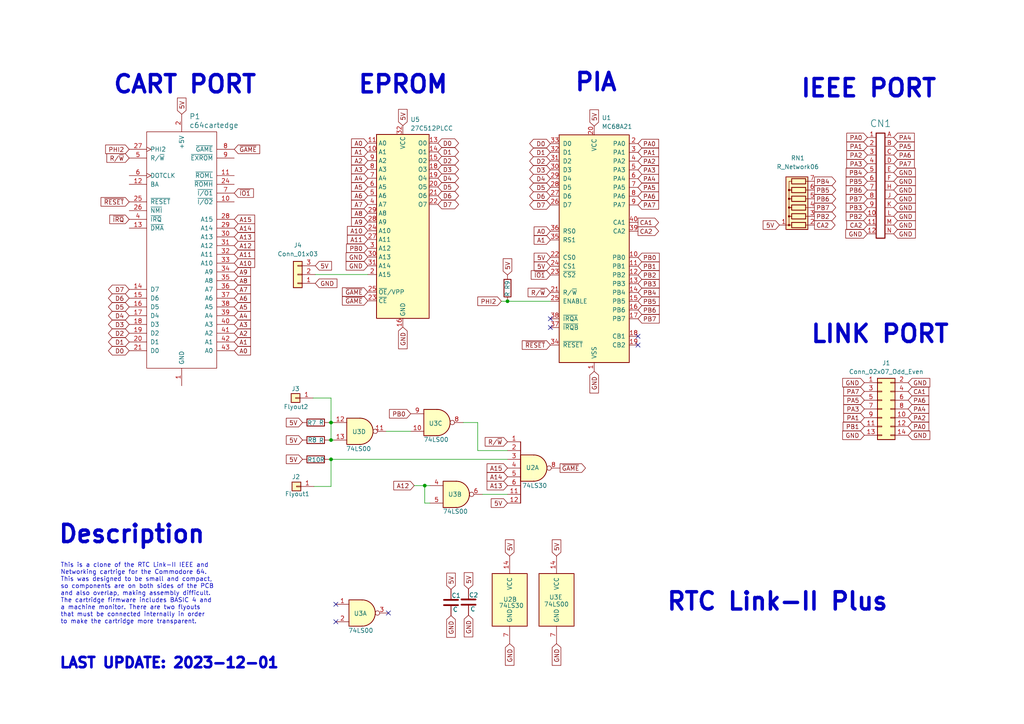
<source format=kicad_sch>
(kicad_sch (version 20230121) (generator eeschema)
  (paper "A4")
  (lib_symbols
    (symbol "74xx:74LS00" (pin_names (offset 1.016))
      (property "Reference" "U" (at 0 1.27 0))
      (property "Value" "74LS00" (at 0 -1.27 0))
      (symbol "74LS00_1_1"
        (arc (start 0 -3.81) (mid 3.7934 0) (end 0 3.81) (stroke (width 0.254)) (fill (type background)))
        (polyline (pts (xy 0 3.81) (xy -3.81 3.81) (xy -3.81 -3.81) (xy 0 -3.81)) (stroke (width 0.254)) (fill (type background)))
        (pin input line (at -7.62 2.54 0) (length 3.81) (name "~") (number "1"))
        (pin input line (at -7.62 -2.54 0) (length 3.81) (name "~") (number "2"))
        (pin output inverted (at 7.62 0 180) (length 3.81) (name "~") (number "3"))
      )
      (symbol "74LS00_1_2"
        (arc (start -3.81 -3.81) (mid -2.589 0) (end -3.81 3.81) (stroke (width 0.254)))
        (arc (start -0.6096 -3.81) (mid 2.1842 -2.5851) (end 3.81 0) (stroke (width 0.254)) (fill (type background)))
        (polyline (pts (xy -3.81 -3.81) (xy -0.635 -3.81)) (stroke (width 0.254)) (fill (type background)))
        (polyline (pts (xy -3.81 3.81) (xy -0.635 3.81)) (stroke (width 0.254)) (fill (type background)))
        (polyline (pts (xy -0.635 3.81) (xy -3.81 3.81) (xy -3.81 3.81) (xy -3.556 3.4036) (xy -3.0226 2.2606) (xy -2.6924 1.0414) (xy -2.6162 -0.254) (xy -2.7686 -1.4986) (xy -3.175 -2.7178) (xy -3.81 -3.81) (xy -3.81 -3.81) (xy -0.635 -3.81)) (stroke (width -25.4)) (fill (type background)))
        (arc (start 3.81 0) (mid 2.1915 2.5936) (end -0.6096 3.81) (stroke (width 0.254)) (fill (type background)))
        (pin input inverted (at -7.62 2.54 0) (length 4.318) (name "~") (number "1"))
        (pin input inverted (at -7.62 -2.54 0) (length 4.318) (name "~") (number "2"))
        (pin output line (at 7.62 0 180) (length 3.81) (name "~") (number "3"))
      )
      (symbol "74LS00_2_1"
        (arc (start 0 -3.81) (mid 3.7934 0) (end 0 3.81) (stroke (width 0.254)) (fill (type background)))
        (polyline (pts (xy 0 3.81) (xy -3.81 3.81) (xy -3.81 -3.81) (xy 0 -3.81)) (stroke (width 0.254)) (fill (type background)))
        (pin input line (at -7.62 2.54 0) (length 3.81) (name "~") (number "4"))
        (pin input line (at -7.62 -2.54 0) (length 3.81) (name "~") (number "5"))
        (pin output inverted (at 7.62 0 180) (length 3.81) (name "~") (number "6"))
      )
      (symbol "74LS00_2_2"
        (arc (start -3.81 -3.81) (mid -2.589 0) (end -3.81 3.81) (stroke (width 0.254)))
        (arc (start -0.6096 -3.81) (mid 2.1842 -2.5851) (end 3.81 0) (stroke (width 0.254)) (fill (type background)))
        (polyline (pts (xy -3.81 -3.81) (xy -0.635 -3.81)) (stroke (width 0.254)) (fill (type background)))
        (polyline (pts (xy -3.81 3.81) (xy -0.635 3.81)) (stroke (width 0.254)) (fill (type background)))
        (polyline (pts (xy -0.635 3.81) (xy -3.81 3.81) (xy -3.81 3.81) (xy -3.556 3.4036) (xy -3.0226 2.2606) (xy -2.6924 1.0414) (xy -2.6162 -0.254) (xy -2.7686 -1.4986) (xy -3.175 -2.7178) (xy -3.81 -3.81) (xy -3.81 -3.81) (xy -0.635 -3.81)) (stroke (width -25.4)) (fill (type background)))
        (arc (start 3.81 0) (mid 2.1915 2.5936) (end -0.6096 3.81) (stroke (width 0.254)) (fill (type background)))
        (pin input inverted (at -7.62 2.54 0) (length 4.318) (name "~") (number "4"))
        (pin input inverted (at -7.62 -2.54 0) (length 4.318) (name "~") (number "5"))
        (pin output line (at 7.62 0 180) (length 3.81) (name "~") (number "6"))
      )
      (symbol "74LS00_3_1"
        (arc (start 0 -3.81) (mid 3.7934 0) (end 0 3.81) (stroke (width 0.254)) (fill (type background)))
        (polyline (pts (xy 0 3.81) (xy -3.81 3.81) (xy -3.81 -3.81) (xy 0 -3.81)) (stroke (width 0.254)) (fill (type background)))
        (pin input line (at -7.62 -2.54 0) (length 3.81) (name "~") (number "10"))
        (pin output inverted (at 7.62 0 180) (length 3.81) (name "~") (number "8"))
        (pin input line (at -7.62 2.54 0) (length 3.81) (name "~") (number "9"))
      )
      (symbol "74LS00_3_2"
        (arc (start -3.81 -3.81) (mid -2.589 0) (end -3.81 3.81) (stroke (width 0.254)))
        (arc (start -0.6096 -3.81) (mid 2.1842 -2.5851) (end 3.81 0) (stroke (width 0.254)) (fill (type background)))
        (polyline (pts (xy -3.81 -3.81) (xy -0.635 -3.81)) (stroke (width 0.254)) (fill (type background)))
        (polyline (pts (xy -3.81 3.81) (xy -0.635 3.81)) (stroke (width 0.254)) (fill (type background)))
        (polyline (pts (xy -0.635 3.81) (xy -3.81 3.81) (xy -3.81 3.81) (xy -3.556 3.4036) (xy -3.0226 2.2606) (xy -2.6924 1.0414) (xy -2.6162 -0.254) (xy -2.7686 -1.4986) (xy -3.175 -2.7178) (xy -3.81 -3.81) (xy -3.81 -3.81) (xy -0.635 -3.81)) (stroke (width -25.4)) (fill (type background)))
        (arc (start 3.81 0) (mid 2.1915 2.5936) (end -0.6096 3.81) (stroke (width 0.254)) (fill (type background)))
        (pin input inverted (at -7.62 -2.54 0) (length 4.318) (name "~") (number "10"))
        (pin output line (at 7.62 0 180) (length 3.81) (name "~") (number "8"))
        (pin input inverted (at -7.62 2.54 0) (length 4.318) (name "~") (number "9"))
      )
      (symbol "74LS00_4_1"
        (arc (start 0 -3.81) (mid 3.7934 0) (end 0 3.81) (stroke (width 0.254)) (fill (type background)))
        (polyline (pts (xy 0 3.81) (xy -3.81 3.81) (xy -3.81 -3.81) (xy 0 -3.81)) (stroke (width 0.254)) (fill (type background)))
        (pin output inverted (at 7.62 0 180) (length 3.81) (name "~") (number "11"))
        (pin input line (at -7.62 2.54 0) (length 3.81) (name "~") (number "12"))
        (pin input line (at -7.62 -2.54 0) (length 3.81) (name "~") (number "13"))
      )
      (symbol "74LS00_4_2"
        (arc (start -3.81 -3.81) (mid -2.589 0) (end -3.81 3.81) (stroke (width 0.254)))
        (arc (start -0.6096 -3.81) (mid 2.1842 -2.5851) (end 3.81 0) (stroke (width 0.254)) (fill (type background)))
        (polyline (pts (xy -3.81 -3.81) (xy -0.635 -3.81)) (stroke (width 0.254)) (fill (type background)))
        (polyline (pts (xy -3.81 3.81) (xy -0.635 3.81)) (stroke (width 0.254)) (fill (type background)))
        (polyline (pts (xy -0.635 3.81) (xy -3.81 3.81) (xy -3.81 3.81) (xy -3.556 3.4036) (xy -3.0226 2.2606) (xy -2.6924 1.0414) (xy -2.6162 -0.254) (xy -2.7686 -1.4986) (xy -3.175 -2.7178) (xy -3.81 -3.81) (xy -3.81 -3.81) (xy -0.635 -3.81)) (stroke (width -25.4)) (fill (type background)))
        (arc (start 3.81 0) (mid 2.1915 2.5936) (end -0.6096 3.81) (stroke (width 0.254)) (fill (type background)))
        (pin output line (at 7.62 0 180) (length 3.81) (name "~") (number "11"))
        (pin input inverted (at -7.62 2.54 0) (length 4.318) (name "~") (number "12"))
        (pin input inverted (at -7.62 -2.54 0) (length 4.318) (name "~") (number "13"))
      )
      (symbol "74LS00_5_0"
        (pin power_in line (at 0 12.7 270) (length 5.08) (name "VCC") (number "14"))
        (pin power_in line (at 0 -12.7 90) (length 5.08) (name "GND") (number "7"))
      )
      (symbol "74LS00_5_1"
        (rectangle (start -5.08 7.62) (end 5.08 -7.62) (stroke (width 0.254)) (fill (type background)))
      )
    )
    (symbol "74xx:74LS30" (pin_names (offset 1.016))
      (property "Reference" "U" (at 0 1.27 0))
      (property "Value" "74LS30" (at 0 -1.27 0))
      (symbol "74LS30_1_1"
        (arc (start 0 -3.81) (mid 3.7934 0) (end 0 3.81) (stroke (width 0.254)) (fill (type background)))
        (polyline (pts (xy -3.81 7.62) (xy -3.81 -10.16)) (stroke (width 0.254)))
        (polyline (pts (xy 0 3.81) (xy -3.81 3.81) (xy -3.81 -3.81) (xy 0 -3.81)) (stroke (width 0.254)) (fill (type background)))
        (pin input line (at -7.62 7.62 0) (length 3.81) (name "~") (number "1"))
        (pin input line (at -7.62 -7.62 0) (length 3.81) (name "~") (number "11"))
        (pin input line (at -7.62 -10.16 0) (length 3.81) (name "~") (number "12"))
        (pin input line (at -7.62 5.08 0) (length 3.81) (name "~") (number "2"))
        (pin input line (at -7.62 2.54 0) (length 3.81) (name "~") (number "3"))
        (pin input line (at -7.62 0 0) (length 3.81) (name "~") (number "4"))
        (pin input line (at -7.62 -2.54 0) (length 3.81) (name "~") (number "5"))
        (pin input line (at -7.62 -5.08 0) (length 3.81) (name "~") (number "6"))
        (pin output inverted (at 7.62 0 180) (length 3.81) (name "~") (number "8"))
      )
      (symbol "74LS30_1_2"
        (arc (start -3.81 -3.81) (mid -2.589 0) (end -3.81 3.81) (stroke (width 0.254)))
        (arc (start -0.6096 -3.81) (mid 2.1842 -2.5851) (end 3.81 0) (stroke (width 0.254)) (fill (type background)))
        (polyline (pts (xy -3.81 -3.81) (xy -3.81 -10.16)) (stroke (width 0.254)))
        (polyline (pts (xy -3.81 -3.81) (xy -0.635 -3.81)) (stroke (width 0.254)) (fill (type background)))
        (polyline (pts (xy -3.81 3.81) (xy -0.635 3.81)) (stroke (width 0.254)) (fill (type background)))
        (polyline (pts (xy -3.81 7.62) (xy -3.81 3.81)) (stroke (width 0.254)))
        (polyline (pts (xy -0.635 3.81) (xy -3.81 3.81) (xy -3.81 3.81) (xy -3.556 3.4036) (xy -3.0226 2.2606) (xy -2.6924 1.0414) (xy -2.6162 -0.254) (xy -2.7686 -1.4986) (xy -3.175 -2.7178) (xy -3.81 -3.81) (xy -3.81 -3.81) (xy -0.635 -3.81)) (stroke (width -25.4)) (fill (type background)))
        (arc (start 3.81 0) (mid 2.1915 2.5936) (end -0.6096 3.81) (stroke (width 0.254)) (fill (type background)))
        (pin input inverted (at -7.62 7.62 0) (length 3.81) (name "~") (number "1"))
        (pin input inverted (at -7.62 -7.62 0) (length 3.81) (name "~") (number "11"))
        (pin input inverted (at -7.62 -10.16 0) (length 3.81) (name "~") (number "12"))
        (pin input inverted (at -7.62 5.08 0) (length 3.81) (name "~") (number "2"))
        (pin input inverted (at -7.62 2.54 0) (length 4.5466) (name "~") (number "3"))
        (pin input inverted (at -7.62 0 0) (length 5.08) (name "~") (number "4"))
        (pin input inverted (at -7.62 -2.54 0) (length 4.5466) (name "~") (number "5"))
        (pin input inverted (at -7.62 -5.08 0) (length 3.81) (name "~") (number "6"))
        (pin output line (at 7.62 0 180) (length 3.81) (name "~") (number "8"))
      )
      (symbol "74LS30_2_0"
        (pin power_in line (at 0 12.7 270) (length 5.08) (name "VCC") (number "14"))
        (pin power_in line (at 0 -12.7 90) (length 5.08) (name "GND") (number "7"))
      )
      (symbol "74LS30_2_1"
        (rectangle (start -5.08 7.62) (end 5.08 -7.62) (stroke (width 0.254)) (fill (type background)))
      )
    )
    (symbol "Connector_Generic:Conn_01x01" (pin_names (offset 1.016) hide)
      (property "Reference" "J" (at 0 2.54 0))
      (property "Value" "Conn_01x01" (at 0 -2.54 0))
      (symbol "Conn_01x01_1_1"
        (rectangle (start -1.27 0.127) (end 0 -0.127) (stroke (width 0.1524)))
        (rectangle (start -1.27 1.27) (end 1.27 -1.27) (stroke (width 0.254)) (fill (type background)))
        (pin passive line (at -5.08 0 0) (length 3.81) (name "Pin_1") (number "1"))
      )
    )
    (symbol "Connector_Generic:Conn_01x03" (pin_names (offset 1.016) hide)
      (property "Reference" "J" (at 0 5.08 0))
      (property "Value" "Conn_01x03" (at 0 -5.08 0))
      (symbol "Conn_01x03_1_1"
        (rectangle (start -1.27 -2.413) (end 0 -2.667) (stroke (width 0.1524)))
        (rectangle (start -1.27 0.127) (end 0 -0.127) (stroke (width 0.1524)))
        (rectangle (start -1.27 2.667) (end 0 2.413) (stroke (width 0.1524)))
        (rectangle (start -1.27 3.81) (end 1.27 -3.81) (stroke (width 0.254)) (fill (type background)))
        (pin passive line (at -5.08 2.54 0) (length 3.81) (name "Pin_1") (number "1"))
        (pin passive line (at -5.08 0 0) (length 3.81) (name "Pin_2") (number "2"))
        (pin passive line (at -5.08 -2.54 0) (length 3.81) (name "Pin_3") (number "3"))
      )
    )
    (symbol "Connector_Generic:Conn_02x07_Odd_Even" (pin_names (offset 1.016) hide)
      (property "Reference" "J" (at 1.27 10.16 0))
      (property "Value" "Conn_02x07_Odd_Even" (at 1.27 -10.16 0))
      (symbol "Conn_02x07_Odd_Even_1_1"
        (rectangle (start -1.27 -7.493) (end 0 -7.747) (stroke (width 0.1524)))
        (rectangle (start -1.27 -4.953) (end 0 -5.207) (stroke (width 0.1524)))
        (rectangle (start -1.27 -2.413) (end 0 -2.667) (stroke (width 0.1524)))
        (rectangle (start -1.27 0.127) (end 0 -0.127) (stroke (width 0.1524)))
        (rectangle (start -1.27 2.667) (end 0 2.413) (stroke (width 0.1524)))
        (rectangle (start -1.27 5.207) (end 0 4.953) (stroke (width 0.1524)))
        (rectangle (start -1.27 7.747) (end 0 7.493) (stroke (width 0.1524)))
        (rectangle (start -1.27 8.89) (end 3.81 -8.89) (stroke (width 0.254)) (fill (type background)))
        (rectangle (start 3.81 -7.493) (end 2.54 -7.747) (stroke (width 0.1524)))
        (rectangle (start 3.81 -4.953) (end 2.54 -5.207) (stroke (width 0.1524)))
        (rectangle (start 3.81 -2.413) (end 2.54 -2.667) (stroke (width 0.1524)))
        (rectangle (start 3.81 0.127) (end 2.54 -0.127) (stroke (width 0.1524)))
        (rectangle (start 3.81 2.667) (end 2.54 2.413) (stroke (width 0.1524)))
        (rectangle (start 3.81 5.207) (end 2.54 4.953) (stroke (width 0.1524)))
        (rectangle (start 3.81 7.747) (end 2.54 7.493) (stroke (width 0.1524)))
        (pin passive line (at -5.08 7.62 0) (length 3.81) (name "Pin_1") (number "1"))
        (pin passive line (at 7.62 -2.54 180) (length 3.81) (name "Pin_10") (number "10"))
        (pin passive line (at -5.08 -5.08 0) (length 3.81) (name "Pin_11") (number "11"))
        (pin passive line (at 7.62 -5.08 180) (length 3.81) (name "Pin_12") (number "12"))
        (pin passive line (at -5.08 -7.62 0) (length 3.81) (name "Pin_13") (number "13"))
        (pin passive line (at 7.62 -7.62 180) (length 3.81) (name "Pin_14") (number "14"))
        (pin passive line (at 7.62 7.62 180) (length 3.81) (name "Pin_2") (number "2"))
        (pin passive line (at -5.08 5.08 0) (length 3.81) (name "Pin_3") (number "3"))
        (pin passive line (at 7.62 5.08 180) (length 3.81) (name "Pin_4") (number "4"))
        (pin passive line (at -5.08 2.54 0) (length 3.81) (name "Pin_5") (number "5"))
        (pin passive line (at 7.62 2.54 180) (length 3.81) (name "Pin_6") (number "6"))
        (pin passive line (at -5.08 0 0) (length 3.81) (name "Pin_7") (number "7"))
        (pin passive line (at 7.62 0 180) (length 3.81) (name "Pin_8") (number "8"))
        (pin passive line (at -5.08 -2.54 0) (length 3.81) (name "Pin_9") (number "9"))
      )
    )
    (symbol "Device:C" (pin_numbers hide) (pin_names (offset 0.254))
      (property "Reference" "C" (at 0.635 2.54 0))
      (property "Value" "C" (at 0.635 -2.54 0))
      (symbol "C_0_1"
        (polyline (pts (xy -2.032 -0.762) (xy 2.032 -0.762)) (stroke (width 0.508)))
        (polyline (pts (xy -2.032 0.762) (xy 2.032 0.762)) (stroke (width 0.508)))
      )
      (symbol "C_1_1"
        (pin passive line (at 0 3.81 270) (length 2.794) (name "~") (number "1"))
        (pin passive line (at 0 -3.81 90) (length 2.794) (name "~") (number "2"))
      )
    )
    (symbol "Device:R" (pin_numbers hide) (pin_names (offset 0))
      (property "Reference" "R" (at 2.032 0 90))
      (property "Value" "R" (at 0 0 90))
      (symbol "R_0_1"
        (rectangle (start -1.016 -2.54) (end 1.016 2.54) (stroke (width 0.254)))
      )
      (symbol "R_1_1"
        (pin passive line (at 0 3.81 270) (length 1.27) (name "~") (number "1"))
        (pin passive line (at 0 -3.81 90) (length 1.27) (name "~") (number "2"))
      )
    )
    (symbol "Device:R_Network06" (pin_names (offset 0) hide)
      (property "Reference" "RN" (at -10.16 0 90))
      (property "Value" "R_Network06" (at 7.62 0 90))
      (symbol "R_Network06_0_1"
        (rectangle (start -8.89 -3.175) (end 6.35 3.175) (stroke (width 0.254)) (fill (type background)))
        (rectangle (start -8.382 1.524) (end -6.858 -2.54) (stroke (width 0.254)))
        (circle (center -7.62 2.286) (radius 0.254) (fill (type outline)))
        (rectangle (start -5.842 1.524) (end -4.318 -2.54) (stroke (width 0.254)))
        (circle (center -5.08 2.286) (radius 0.254) (fill (type outline)))
        (rectangle (start -3.302 1.524) (end -1.778 -2.54) (stroke (width 0.254)))
        (circle (center -2.54 2.286) (radius 0.254) (fill (type outline)))
        (rectangle (start -0.762 1.524) (end 0.762 -2.54) (stroke (width 0.254)))
        (polyline (pts (xy -7.62 -2.54) (xy -7.62 -3.81)))
        (polyline (pts (xy -5.08 -2.54) (xy -5.08 -3.81)))
        (polyline (pts (xy -2.54 -2.54) (xy -2.54 -3.81)))
        (polyline (pts (xy 0 -2.54) (xy 0 -3.81)))
        (polyline (pts (xy 2.54 -2.54) (xy 2.54 -3.81)))
        (polyline (pts (xy 5.08 -2.54) (xy 5.08 -3.81)))
        (polyline (pts (xy -7.62 1.524) (xy -7.62 2.286) (xy -5.08 2.286) (xy -5.08 1.524)))
        (polyline (pts (xy -5.08 1.524) (xy -5.08 2.286) (xy -2.54 2.286) (xy -2.54 1.524)))
        (polyline (pts (xy -2.54 1.524) (xy -2.54 2.286) (xy 0 2.286) (xy 0 1.524)))
        (polyline (pts (xy 0 1.524) (xy 0 2.286) (xy 2.54 2.286) (xy 2.54 1.524)))
        (polyline (pts (xy 2.54 1.524) (xy 2.54 2.286) (xy 5.08 2.286) (xy 5.08 1.524)))
        (circle (center 0 2.286) (radius 0.254) (fill (type outline)))
        (rectangle (start 1.778 1.524) (end 3.302 -2.54) (stroke (width 0.254)))
        (circle (center 2.54 2.286) (radius 0.254) (fill (type outline)))
        (rectangle (start 4.318 1.524) (end 5.842 -2.54) (stroke (width 0.254)))
      )
      (symbol "R_Network06_1_1"
        (pin passive line (at -7.62 5.08 270) (length 2.54) (name "common") (number "1"))
        (pin passive line (at -7.62 -5.08 90) (length 1.27) (name "R1") (number "2"))
        (pin passive line (at -5.08 -5.08 90) (length 1.27) (name "R2") (number "3"))
        (pin passive line (at -2.54 -5.08 90) (length 1.27) (name "R3") (number "4"))
        (pin passive line (at 0 -5.08 90) (length 1.27) (name "R4") (number "5"))
        (pin passive line (at 2.54 -5.08 90) (length 1.27) (name "R5") (number "6"))
        (pin passive line (at 5.08 -5.08 90) (length 1.27) (name "R6") (number "7"))
      )
    )
    (symbol "Interface:MC68A21" (pin_names (offset 1.016))
      (property "Reference" "U" (at -7.62 34.29 0))
      (property "Value" "MC68A21" (at 10.16 34.29 0))
      (symbol "MC68A21_0_1"
        (rectangle (start -10.16 -33.02) (end 10.16 33.02) (stroke (width 0.254)) (fill (type background)))
      )
      (symbol "MC68A21_1_1"
        (pin power_in line (at 0 -35.56 90) (length 2.54) (name "VSS") (number "1"))
        (pin bidirectional line (at 12.7 -2.54 180) (length 2.54) (name "PB0") (number "10"))
        (pin bidirectional line (at 12.7 -5.08 180) (length 2.54) (name "PB1") (number "11"))
        (pin bidirectional line (at 12.7 -7.62 180) (length 2.54) (name "PB2") (number "12"))
        (pin bidirectional line (at 12.7 -10.16 180) (length 2.54) (name "PB3") (number "13"))
        (pin bidirectional line (at 12.7 -12.7 180) (length 2.54) (name "PB4") (number "14"))
        (pin bidirectional line (at 12.7 -15.24 180) (length 2.54) (name "PB5") (number "15"))
        (pin bidirectional line (at 12.7 -17.78 180) (length 2.54) (name "PB6") (number "16"))
        (pin bidirectional line (at 12.7 -20.32 180) (length 2.54) (name "PB7") (number "17"))
        (pin input line (at 12.7 -25.4 180) (length 2.54) (name "CB1") (number "18"))
        (pin bidirectional line (at 12.7 -27.94 180) (length 2.54) (name "CB2") (number "19"))
        (pin bidirectional line (at 12.7 30.48 180) (length 2.54) (name "PA0") (number "2"))
        (pin power_in line (at 0 35.56 270) (length 2.54) (name "VCC") (number "20"))
        (pin input line (at -12.7 -12.7 0) (length 2.54) (name "R/~{W}") (number "21"))
        (pin input line (at -12.7 -2.54 0) (length 2.54) (name "CS0") (number "22"))
        (pin input line (at -12.7 -7.62 0) (length 2.54) (name "~{CS2}") (number "23"))
        (pin input line (at -12.7 -5.08 0) (length 2.54) (name "CS1") (number "24"))
        (pin input line (at -12.7 -15.24 0) (length 2.54) (name "ENABLE") (number "25"))
        (pin bidirectional line (at -12.7 12.7 0) (length 2.54) (name "D7") (number "26"))
        (pin bidirectional line (at -12.7 15.24 0) (length 2.54) (name "D6") (number "27"))
        (pin bidirectional line (at -12.7 17.78 0) (length 2.54) (name "D5") (number "28"))
        (pin bidirectional line (at -12.7 20.32 0) (length 2.54) (name "D4") (number "29"))
        (pin bidirectional line (at 12.7 27.94 180) (length 2.54) (name "PA1") (number "3"))
        (pin bidirectional line (at -12.7 22.86 0) (length 2.54) (name "D3") (number "30"))
        (pin bidirectional line (at -12.7 25.4 0) (length 2.54) (name "D2") (number "31"))
        (pin bidirectional line (at -12.7 27.94 0) (length 2.54) (name "D1") (number "32"))
        (pin bidirectional line (at -12.7 30.48 0) (length 2.54) (name "D0") (number "33"))
        (pin input line (at -12.7 -27.94 0) (length 2.54) (name "~{RESET}") (number "34"))
        (pin input line (at -12.7 2.54 0) (length 2.54) (name "RS1") (number "35"))
        (pin input line (at -12.7 5.08 0) (length 2.54) (name "RS0") (number "36"))
        (pin open_collector line (at -12.7 -22.86 0) (length 2.54) (name "~{IRQB}") (number "37"))
        (pin open_collector line (at -12.7 -20.32 0) (length 2.54) (name "~{IRQA}") (number "38"))
        (pin bidirectional line (at 12.7 5.08 180) (length 2.54) (name "CA2") (number "39"))
        (pin bidirectional line (at 12.7 25.4 180) (length 2.54) (name "PA2") (number "4"))
        (pin input line (at 12.7 7.62 180) (length 2.54) (name "CA1") (number "40"))
        (pin bidirectional line (at 12.7 22.86 180) (length 2.54) (name "PA3") (number "5"))
        (pin bidirectional line (at 12.7 20.32 180) (length 2.54) (name "PA4") (number "6"))
        (pin bidirectional line (at 12.7 17.78 180) (length 2.54) (name "PA5") (number "7"))
        (pin bidirectional line (at 12.7 15.24 180) (length 2.54) (name "PA6") (number "8"))
        (pin bidirectional line (at 12.7 12.7 180) (length 2.54) (name "PA7") (number "9"))
      )
    )
    (symbol "Memory_EPROM:27C512PLCC"
      (property "Reference" "U" (at -7.62 26.67 0))
      (property "Value" "27C512PLCC" (at 2.54 -29.21 0))
      (symbol "27C512PLCC_1_1"
        (rectangle (start -7.62 25.4) (end 7.62 -27.94) (stroke (width 0.254)) (fill (type background)))
        (pin no_connect line (at 7.62 -17.78 180) (length 2.54) hide (name "NC") (number "1"))
        (pin input line (at -10.16 20.32 0) (length 2.54) (name "A1") (number "10"))
        (pin input line (at -10.16 22.86 0) (length 2.54) (name "A0") (number "11"))
        (pin no_connect line (at 7.62 -22.86 180) (length 2.54) hide (name "NC") (number "12"))
        (pin tri_state line (at 10.16 22.86 180) (length 2.54) (name "O0") (number "13"))
        (pin tri_state line (at 10.16 20.32 180) (length 2.54) (name "O1") (number "14"))
        (pin tri_state line (at 10.16 17.78 180) (length 2.54) (name "O2") (number "15"))
        (pin power_in line (at 0 -30.48 90) (length 2.54) (name "GND") (number "16"))
        (pin no_connect line (at 7.62 -20.32 180) (length 2.54) hide (name "NC") (number "17"))
        (pin tri_state line (at 10.16 15.24 180) (length 2.54) (name "O3") (number "18"))
        (pin tri_state line (at 10.16 12.7 180) (length 2.54) (name "O4") (number "19"))
        (pin input line (at -10.16 -15.24 0) (length 2.54) (name "A15") (number "2"))
        (pin tri_state line (at 10.16 10.16 180) (length 2.54) (name "O5") (number "20"))
        (pin tri_state line (at 10.16 7.62 180) (length 2.54) (name "O6") (number "21"))
        (pin tri_state line (at 10.16 5.08 180) (length 2.54) (name "O7") (number "22"))
        (pin input line (at -10.16 -22.86 0) (length 2.54) (name "~{CE}") (number "23"))
        (pin input line (at -10.16 -2.54 0) (length 2.54) (name "A10") (number "24"))
        (pin input line (at -10.16 -20.32 0) (length 2.54) (name "~{OE}/VPP") (number "25"))
        (pin no_connect line (at 7.62 -25.4 180) (length 2.54) hide (name "NC") (number "26"))
        (pin input line (at -10.16 -5.08 0) (length 2.54) (name "A11") (number "27"))
        (pin input line (at -10.16 0 0) (length 2.54) (name "A9") (number "28"))
        (pin input line (at -10.16 2.54 0) (length 2.54) (name "A8") (number "29"))
        (pin input line (at -10.16 -7.62 0) (length 2.54) (name "A12") (number "3"))
        (pin input line (at -10.16 -10.16 0) (length 2.54) (name "A13") (number "30"))
        (pin input line (at -10.16 -12.7 0) (length 2.54) (name "A14") (number "31"))
        (pin power_in line (at 0 27.94 270) (length 2.54) (name "VCC") (number "32"))
        (pin input line (at -10.16 5.08 0) (length 2.54) (name "A7") (number "4"))
        (pin input line (at -10.16 7.62 0) (length 2.54) (name "A6") (number "5"))
        (pin input line (at -10.16 10.16 0) (length 2.54) (name "A5") (number "6"))
        (pin input line (at -10.16 12.7 0) (length 2.54) (name "A4") (number "7"))
        (pin input line (at -10.16 15.24 0) (length 2.54) (name "A3") (number "8"))
        (pin input line (at -10.16 17.78 0) (length 2.54) (name "A2") (number "9"))
      )
    )
    (symbol "c64cartedge:c64cartedge" (pin_names (offset 1.016))
      (property "Reference" "P" (at -7.62 34.29 0))
      (property "Value" "c64cartedge" (at 0 0 90))
      (symbol "c64cartedge_0_1"
        (rectangle (start -10.16 31.75) (end 10.16 -36.83))
      )
      (symbol "c64cartedge_1_1"
        (pin power_in line (at 0 -41.91 90) (length 5.08) (name "GND") (number "1"))
        (pin output line (at 15.24 11.43 180) (length 5.08) (name "~{I/O2}") (number "10"))
        (pin output line (at 15.24 19.05 180) (length 5.08) (name "~{ROML}") (number "11"))
        (pin output line (at -15.24 16.51 0) (length 5.08) (name "BA") (number "12"))
        (pin input line (at -15.24 3.81 0) (length 5.08) (name "~{DMA}") (number "13"))
        (pin output line (at -15.24 -13.97 0) (length 5.08) (name "D7") (number "14"))
        (pin output line (at -15.24 -16.51 0) (length 5.08) (name "D6") (number "15"))
        (pin output line (at -15.24 -19.05 0) (length 5.08) (name "D5") (number "16"))
        (pin output line (at -15.24 -21.59 0) (length 5.08) (name "D4") (number "17"))
        (pin output line (at -15.24 -24.13 0) (length 5.08) (name "D3") (number "18"))
        (pin output line (at -15.24 -26.67 0) (length 5.08) (name "D2") (number "19"))
        (pin power_in line (at 0 36.83 270) (length 5.08) (name "+5V") (number "2"))
        (pin output line (at -15.24 -29.21 0) (length 5.08) (name "D1") (number "20"))
        (pin output line (at -15.24 -31.75 0) (length 5.08) (name "D0") (number "21"))
        (pin power_in line (at 0 -41.91 90) (length 5.08) hide (name "GND") (number "22"))
        (pin power_in line (at 0 -41.91 90) (length 5.08) hide (name "GND") (number "23"))
        (pin output line (at 15.24 16.51 180) (length 5.08) (name "~{ROMH}") (number "24"))
        (pin input line (at -15.24 11.43 0) (length 5.08) (name "~{RESET}") (number "25"))
        (pin input line (at -15.24 8.89 0) (length 5.08) (name "~{NMI}") (number "26"))
        (pin output clock (at -15.24 26.67 0) (length 5.08) (name "PHI2") (number "27"))
        (pin output line (at 15.24 6.35 180) (length 5.08) (name "A15") (number "28"))
        (pin output line (at 15.24 3.81 180) (length 5.08) (name "A14") (number "29"))
        (pin power_in line (at 0 36.83 270) (length 5.08) hide (name "+5V") (number "3"))
        (pin output line (at 15.24 1.27 180) (length 5.08) (name "A13") (number "30"))
        (pin output line (at 15.24 -1.27 180) (length 5.08) (name "A12") (number "31"))
        (pin output line (at 15.24 -3.81 180) (length 5.08) (name "A11") (number "32"))
        (pin output line (at 15.24 -6.35 180) (length 5.08) (name "A10") (number "33"))
        (pin output line (at 15.24 -8.89 180) (length 5.08) (name "A9") (number "34"))
        (pin output line (at 15.24 -11.43 180) (length 5.08) (name "A8") (number "35"))
        (pin output line (at 15.24 -13.97 180) (length 5.08) (name "A7") (number "36"))
        (pin output line (at 15.24 -16.51 180) (length 5.08) (name "A6") (number "37"))
        (pin output line (at 15.24 -19.05 180) (length 5.08) (name "A5") (number "38"))
        (pin output line (at 15.24 -21.59 180) (length 5.08) (name "A4") (number "39"))
        (pin input line (at -15.24 6.35 0) (length 5.08) (name "~{IRQ}") (number "4"))
        (pin output line (at 15.24 -24.13 180) (length 5.08) (name "A3") (number "40"))
        (pin output line (at 15.24 -26.67 180) (length 5.08) (name "A2") (number "41"))
        (pin output line (at 15.24 -29.21 180) (length 5.08) (name "A1") (number "42"))
        (pin output line (at 15.24 -31.75 180) (length 5.08) (name "A0") (number "43"))
        (pin power_in line (at 0 -41.91 90) (length 5.08) hide (name "GND") (number "44"))
        (pin output line (at -15.24 24.13 0) (length 5.08) (name "R/~{W}") (number "5"))
        (pin output clock (at -15.24 19.05 0) (length 5.08) (name "DOTCLK") (number "6"))
        (pin output line (at 15.24 13.97 180) (length 5.08) (name "~{I/O1}") (number "7"))
        (pin input line (at 15.24 26.67 180) (length 5.08) (name "~{GAME}") (number "8"))
        (pin input line (at 15.24 24.13 180) (length 5.08) (name "~{EXROM}") (number "9"))
      )
    )
    (symbol "cbm:EDGE_CON_02x12" (pin_names (offset 1.016))
      (property "Reference" "CN" (at 0 17.78 0))
      (symbol "EDGE_CON_02x12_0_1"
        (rectangle (start -1.27 15.24) (end 1.27 -15.24) (stroke (width 0.3048)))
      )
      (symbol "EDGE_CON_02x12_1_1"
        (pin input line (at -3.81 13.97 0) (length 2.54) (name "~") (number "1"))
        (pin input line (at -3.81 -8.89 0) (length 2.54) (name "~") (number "10"))
        (pin input line (at -3.81 -11.43 0) (length 2.54) (name "~") (number "11"))
        (pin input line (at -3.81 -13.97 0) (length 2.54) (name "~") (number "12"))
        (pin input line (at -3.81 11.43 0) (length 2.54) (name "~") (number "2"))
        (pin input line (at -3.81 8.89 0) (length 2.54) (name "~") (number "3"))
        (pin input line (at -3.81 6.35 0) (length 2.54) (name "~") (number "4"))
        (pin input line (at -3.81 3.81 0) (length 2.54) (name "~") (number "5"))
        (pin input line (at -3.81 1.27 0) (length 2.54) (name "~") (number "6"))
        (pin input line (at -3.81 -1.27 0) (length 2.54) (name "~") (number "7"))
        (pin input line (at -3.81 -3.81 0) (length 2.54) (name "~") (number "8"))
        (pin input line (at -3.81 -6.35 0) (length 2.54) (name "~") (number "9"))
        (pin input line (at 3.81 13.97 180) (length 2.54) (name "~") (number "A"))
        (pin input line (at 3.81 11.43 180) (length 2.54) (name "~") (number "B"))
        (pin input line (at 3.81 8.89 180) (length 2.54) (name "~") (number "C"))
        (pin input line (at 3.81 6.35 180) (length 2.54) (name "~") (number "D"))
        (pin input line (at 3.81 3.81 180) (length 2.54) (name "~") (number "E"))
        (pin input line (at 3.81 1.27 180) (length 2.54) (name "~") (number "F"))
        (pin input line (at 3.81 -1.27 180) (length 2.54) (name "~") (number "H"))
        (pin input line (at 3.81 -3.81 180) (length 2.54) (name "~") (number "J"))
        (pin input line (at 3.81 -6.35 180) (length 2.54) (name "~") (number "K"))
        (pin input line (at 3.81 -8.89 180) (length 2.54) (name "~") (number "L"))
        (pin input line (at 3.81 -11.43 180) (length 2.54) (name "~") (number "M"))
        (pin input line (at 3.81 -13.97 180) (length 2.54) (name "~") (number "N"))
      )
    )
  )
  (junction (at 96.012 127.635))
  (junction (at 147.193 87.376))
  (junction (at 123.19 140.843))
  (junction (at 96.012 133.223))
  (junction (at 96.012 122.555))
  (no_connect (at 185.039 100.076))
  (no_connect (at 159.639 94.996))
  (no_connect (at 97.409 180.34))
  (no_connect (at 97.409 175.26))
  (no_connect (at 185.039 97.536))
  (no_connect (at 159.639 92.456))
  (no_connect (at 112.649 177.8))
  (wire (pts (xy 96.012 122.555) (xy 96.774 122.555)))
  (wire (pts (xy 120.142 140.843) (xy 123.19 140.843)))
  (wire (pts (xy 95.377 122.555) (xy 96.012 122.555)))
  (wire (pts (xy 139.954 143.383) (xy 147.193 143.383)))
  (wire (pts (xy 90.805 115.443) (xy 96.012 115.443)))
  (wire (pts (xy 147.193 87.376) (xy 159.639 87.376)))
  (wire (pts (xy 123.19 145.923) (xy 123.19 140.843)))
  (wire (pts (xy 138.557 130.683) (xy 138.557 122.555)))
  (wire (pts (xy 138.557 122.555) (xy 134.366 122.555)))
  (wire (pts (xy 96.012 133.223) (xy 147.193 133.223)))
  (wire (pts (xy 123.19 140.843) (xy 124.714 140.843)))
  (wire (pts (xy 91.44 79.629) (xy 106.68 79.629)))
  (wire (pts (xy 96.012 141.097) (xy 96.012 133.223)))
  (wire (pts (xy 145.415 87.376) (xy 147.193 87.376)))
  (wire (pts (xy 124.714 145.923) (xy 123.19 145.923)))
  (wire (pts (xy 95.377 127.635) (xy 96.012 127.635)))
  (wire (pts (xy 91.059 141.097) (xy 96.012 141.097)))
  (wire (pts (xy 112.014 125.095) (xy 119.126 125.095)))
  (wire (pts (xy 95.377 133.223) (xy 96.012 133.223)))
  (wire (pts (xy 96.012 122.555) (xy 96.012 127.635)))
  (wire (pts (xy 96.012 115.443) (xy 96.012 122.555)))
  (wire (pts (xy 147.193 130.683) (xy 138.557 130.683)))
  (wire (pts (xy 96.012 127.635) (xy 96.774 127.635)))
  (text "IEEE PORT" (at 231.902 28.702 0) (effects (font (size 5 5) (thickness 1) bold) (justify left bottom)))
  (text "Description" (at 16.637 157.988 0) (effects (font (size 5 5) (thickness 1) bold) (justify left bottom)))
  (text "EPROM" (at 103.505 27.559 0) (effects (font (size 5 5) (thickness 1) bold) (justify left bottom)))
  (text "LAST UPDATE: 2023-12-01" (at 17.018 194.183 0) (effects (font (size 3 3) (thickness 0.8) bold) (justify left bottom)))
  (text "PIA" (at 166.37 26.924 0) (effects (font (size 5 5) (thickness 1) bold) (justify left bottom)))
  (text "This is a clone of the RTC Link-II IEEE and\nNetworking cartrige for the Commodore 64.\nThis was designed to be small and compact,\nso components are on both sides of the PCB\nand also overlap, making assembly difficult.\nThe cartridge firmware includes BASIC 4 and\na machine monitor. There are two flyouts\nthat must be connected internally in order\nto make the cartridge more transparent." (at 17.526 181.102 0) (effects (font (size 1.27 1.27)) (justify left bottom)))
  (text "CART PORT" (at 32.512 27.559 0) (effects (font (size 5 5) (thickness 1) bold) (justify left bottom)))
  (text "RTC Link-II Plus" (at 193.04 177.546 0) (effects (font (size 5 5) (thickness 1) bold) (justify left bottom)))
  (text "LINK PORT" (at 234.823 99.949 0) (effects (font (size 5 5) (thickness 1) bold) (justify left bottom)))
  (global_label "PA0" (shape input) (at 185.039 41.656 0) (property "Intersheetrefs" "${INTERSHEET_REFS}" (effects hide)))
  (global_label "PB7" (shape input) (at 185.039 92.456 0) (property "Intersheetrefs" "${INTERSHEET_REFS}" (effects hide)))
  (global_label "PA0" (shape input) (at 251.587 39.878 180) (property "Intersheetrefs" "${INTERSHEET_REFS}" (effects hide)))
  (global_label "A3" (shape input) (at 106.68 49.149 180) (property "Intersheetrefs" "${INTERSHEET_REFS}" (effects hide)))
  (global_label "GND" (shape input) (at 147.828 186.69 270) (property "Intersheetrefs" "${INTERSHEET_REFS}" (effects hide)))
  (global_label "D7" (shape bidirectional) (at 127 59.309 0) (property "Intersheetrefs" "${INTERSHEET_REFS}" (effects hide)))
  (global_label "A15" (shape input) (at 147.193 135.763 180) (property "Intersheetrefs" "${INTERSHEET_REFS}" (effects hide)))
  (global_label "GND" (shape input) (at 135.89 178.435 270) (property "Intersheetrefs" "${INTERSHEET_REFS}" (effects hide)))
  (global_label "PA3" (shape input) (at 250.698 118.618 180) (property "Intersheetrefs" "${INTERSHEET_REFS}" (effects hide)))
  (global_label "GND" (shape input) (at 130.81 178.562 270) (property "Intersheetrefs" "${INTERSHEET_REFS}" (effects hide)))
  (global_label "PHI2" (shape input) (at 37.465 43.307 180) (property "Intersheetrefs" "${INTERSHEET_REFS}" (effects hide)))
  (global_label "PB7" (shape input) (at 251.587 57.658 180) (property "Intersheetrefs" "${INTERSHEET_REFS}" (effects hide)))
  (global_label "PA5" (shape input) (at 185.039 54.356 0) (property "Intersheetrefs" "${INTERSHEET_REFS}" (effects hide)))
  (global_label "A1" (shape input) (at 159.639 69.596 180) (property "Intersheetrefs" "${INTERSHEET_REFS}" (effects hide)))
  (global_label "GND" (shape input) (at 106.68 77.089 180) (property "Intersheetrefs" "${INTERSHEET_REFS}" (effects hide)))
  (global_label "PA1" (shape input) (at 251.587 42.418 180) (property "Intersheetrefs" "${INTERSHEET_REFS}" (effects hide)))
  (global_label "PA6" (shape input) (at 185.039 56.896 0) (property "Intersheetrefs" "${INTERSHEET_REFS}" (effects hide)))
  (global_label "PA1" (shape input) (at 250.698 121.158 180) (property "Intersheetrefs" "${INTERSHEET_REFS}" (effects hide)))
  (global_label "D6" (shape bidirectional) (at 127 56.769 0) (property "Intersheetrefs" "${INTERSHEET_REFS}" (effects hide)))
  (global_label "GND" (shape input) (at 161.417 186.69 270) (property "Intersheetrefs" "${INTERSHEET_REFS}" (effects hide)))
  (global_label "GND" (shape input) (at 259.207 55.118 0) (property "Intersheetrefs" "${INTERSHEET_REFS}" (effects hide)))
  (global_label "D1" (shape bidirectional) (at 159.639 44.196 180) (property "Intersheetrefs" "${INTERSHEET_REFS}" (effects hide)))
  (global_label "PB4" (shape input) (at 251.587 50.038 180) (property "Intersheetrefs" "${INTERSHEET_REFS}" (effects hide)))
  (global_label "PB4" (shape output) (at 236.22 52.578 0) (property "Intersheetrefs" "${INTERSHEET_REFS}" (effects hide)))
  (global_label "D0" (shape bidirectional) (at 159.639 41.656 180) (property "Intersheetrefs" "${INTERSHEET_REFS}" (effects hide)))
  (global_label "~{GAME}" (shape output) (at 162.433 135.763 0) (property "Intersheetrefs" "${INTERSHEET_REFS}" (effects hide)))
  (global_label "PB0" (shape input) (at 185.039 74.676 0) (property "Intersheetrefs" "${INTERSHEET_REFS}" (effects hide)))
  (global_label "D4" (shape bidirectional) (at 127 51.689 0) (property "Intersheetrefs" "${INTERSHEET_REFS}" (effects hide)))
  (global_label "A15" (shape input) (at 67.945 63.627 0) (property "Intersheetrefs" "${INTERSHEET_REFS}" (effects hide)))
  (global_label "5V" (shape input) (at 87.757 133.223 180) (property "Intersheetrefs" "${INTERSHEET_REFS}" (effects hide)))
  (global_label "D0" (shape bidirectional) (at 127 41.529 0) (property "Intersheetrefs" "${INTERSHEET_REFS}" (effects hide)))
  (global_label "D3" (shape bidirectional) (at 37.465 94.107 180) (property "Intersheetrefs" "${INTERSHEET_REFS}" (effects hide)))
  (global_label "PA0" (shape input) (at 263.398 123.698 0) (property "Intersheetrefs" "${INTERSHEET_REFS}" (effects hide)))
  (global_label "5V" (shape input) (at 147.828 161.29 90) (property "Intersheetrefs" "${INTERSHEET_REFS}" (effects hide)))
  (global_label "PA5" (shape input) (at 250.698 116.078 180) (property "Intersheetrefs" "${INTERSHEET_REFS}" (effects hide)))
  (global_label "A7" (shape input) (at 106.68 59.309 180) (property "Intersheetrefs" "${INTERSHEET_REFS}" (effects hide)))
  (global_label "CA2" (shape output) (at 185.039 67.056 0) (property "Intersheetrefs" "${INTERSHEET_REFS}" (effects hide)))
  (global_label "~{RESET}" (shape input) (at 37.465 58.547 180) (property "Intersheetrefs" "${INTERSHEET_REFS}" (effects hide)))
  (global_label "D5" (shape bidirectional) (at 159.639 54.356 180) (property "Intersheetrefs" "${INTERSHEET_REFS}" (effects hide)))
  (global_label "A2" (shape input) (at 67.945 96.647 0) (property "Intersheetrefs" "${INTERSHEET_REFS}" (effects hide)))
  (global_label "5V" (shape input) (at 226.06 65.278 180) (property "Intersheetrefs" "${INTERSHEET_REFS}" (effects hide)))
  (global_label "5V" (shape input) (at 52.705 33.147 90) (property "Intersheetrefs" "${INTERSHEET_REFS}" (effects hide)))
  (global_label "A2" (shape input) (at 106.68 46.609 180) (property "Intersheetrefs" "${INTERSHEET_REFS}" (effects hide)))
  (global_label "D5" (shape bidirectional) (at 37.465 89.027 180) (property "Intersheetrefs" "${INTERSHEET_REFS}" (effects hide)))
  (global_label "~{RESET}" (shape input) (at 159.639 100.076 180) (property "Intersheetrefs" "${INTERSHEET_REFS}" (effects hide)))
  (global_label "PA7" (shape input) (at 259.207 47.498 0) (property "Intersheetrefs" "${INTERSHEET_REFS}" (effects hide)))
  (global_label "A4" (shape input) (at 106.68 51.689 180) (property "Intersheetrefs" "${INTERSHEET_REFS}" (effects hide)))
  (global_label "~{IO1}" (shape input) (at 159.639 79.756 180) (property "Intersheetrefs" "${INTERSHEET_REFS}" (effects hide)))
  (global_label "PA2" (shape input) (at 185.039 46.736 0) (property "Intersheetrefs" "${INTERSHEET_REFS}" (effects hide)))
  (global_label "5V" (shape input) (at 135.89 170.815 90) (property "Intersheetrefs" "${INTERSHEET_REFS}" (effects hide)))
  (global_label "5V" (shape input) (at 147.193 145.923 180) (property "Intersheetrefs" "${INTERSHEET_REFS}" (effects hide)))
  (global_label "A14" (shape input) (at 147.193 138.303 180) (property "Intersheetrefs" "${INTERSHEET_REFS}" (effects hide)))
  (global_label "5V" (shape input) (at 91.44 77.089 0) (property "Intersheetrefs" "${INTERSHEET_REFS}" (effects hide)))
  (global_label "A13" (shape input) (at 147.193 140.843 180) (property "Intersheetrefs" "${INTERSHEET_REFS}" (effects hide)))
  (global_label "D1" (shape bidirectional) (at 37.465 99.187 180) (property "Intersheetrefs" "${INTERSHEET_REFS}" (effects hide)))
  (global_label "PB6" (shape output) (at 236.22 57.658 0) (property "Intersheetrefs" "${INTERSHEET_REFS}" (effects hide)))
  (global_label "GND" (shape input) (at 259.207 67.818 0) (property "Intersheetrefs" "${INTERSHEET_REFS}" (effects hide)))
  (global_label "5V" (shape input) (at 147.193 79.756 90) (property "Intersheetrefs" "${INTERSHEET_REFS}" (effects hide)))
  (global_label "A12" (shape input) (at 67.945 71.247 0) (property "Intersheetrefs" "${INTERSHEET_REFS}" (effects hide)))
  (global_label "5V" (shape input) (at 159.639 74.676 180) (property "Intersheetrefs" "${INTERSHEET_REFS}" (effects hide)))
  (global_label "GND" (shape input) (at 259.207 65.278 0) (property "Intersheetrefs" "${INTERSHEET_REFS}" (effects hide)))
  (global_label "PA2" (shape input) (at 263.398 121.158 0) (property "Intersheetrefs" "${INTERSHEET_REFS}" (effects hide)))
  (global_label "PA6" (shape input) (at 263.398 116.078 0) (property "Intersheetrefs" "${INTERSHEET_REFS}" (effects hide)))
  (global_label "A0" (shape input) (at 159.639 67.056 180) (property "Intersheetrefs" "${INTERSHEET_REFS}" (effects hide)))
  (global_label "PB2" (shape input) (at 185.039 79.756 0) (property "Intersheetrefs" "${INTERSHEET_REFS}" (effects hide)))
  (global_label "5V" (shape input) (at 172.339 36.576 90) (property "Intersheetrefs" "${INTERSHEET_REFS}" (effects hide)))
  (global_label "PB1" (shape input) (at 185.039 77.216 0) (property "Intersheetrefs" "${INTERSHEET_REFS}" (effects hide)))
  (global_label "GND" (shape input) (at 106.68 74.549 180) (property "Intersheetrefs" "${INTERSHEET_REFS}" (effects hide)))
  (global_label "PB3" (shape input) (at 185.039 82.296 0) (property "Intersheetrefs" "${INTERSHEET_REFS}" (effects hide)))
  (global_label "CA2" (shape input) (at 251.587 65.278 180) (property "Intersheetrefs" "${INTERSHEET_REFS}" (effects hide)))
  (global_label "PHI2" (shape input) (at 145.415 87.376 180) (property "Intersheetrefs" "${INTERSHEET_REFS}" (effects hide)))
  (global_label "~{IO1}" (shape input) (at 67.945 56.007 0) (property "Intersheetrefs" "${INTERSHEET_REFS}" (effects hide)))
  (global_label "PB4" (shape input) (at 185.039 84.836 0) (property "Intersheetrefs" "${INTERSHEET_REFS}" (effects hide)))
  (global_label "A4" (shape input) (at 67.945 91.567 0) (property "Intersheetrefs" "${INTERSHEET_REFS}" (effects hide)))
  (global_label "A14" (shape input) (at 67.945 66.167 0) (property "Intersheetrefs" "${INTERSHEET_REFS}" (effects hide)))
  (global_label "PB6" (shape input) (at 185.039 89.916 0) (property "Intersheetrefs" "${INTERSHEET_REFS}" (effects hide)))
  (global_label "A12" (shape input) (at 120.142 140.843 180) (property "Intersheetrefs" "${INTERSHEET_REFS}" (effects hide)))
  (global_label "A13" (shape input) (at 67.945 68.707 0) (property "Intersheetrefs" "${INTERSHEET_REFS}" (effects hide)))
  (global_label "GND" (shape input) (at 172.339 107.696 270) (property "Intersheetrefs" "${INTERSHEET_REFS}" (effects hide)))
  (global_label "PA3" (shape input) (at 185.039 49.276 0) (property "Intersheetrefs" "${INTERSHEET_REFS}" (effects hide)))
  (global_label "PA5" (shape input) (at 259.207 42.418 0) (property "Intersheetrefs" "${INTERSHEET_REFS}" (effects hide)))
  (global_label "A8" (shape input) (at 106.68 61.849 180) (property "Intersheetrefs" "${INTERSHEET_REFS}" (effects hide)))
  (global_label "5V" (shape input) (at 130.81 170.942 90) (property "Intersheetrefs" "${INTERSHEET_REFS}" (effects hide)))
  (global_label "~{IRQ}" (shape input) (at 37.465 63.627 180) (property "Intersheetrefs" "${INTERSHEET_REFS}" (effects hide)))
  (global_label "5V" (shape input) (at 161.417 161.29 90) (property "Intersheetrefs" "${INTERSHEET_REFS}" (effects hide)))
  (global_label "5V" (shape input) (at 87.757 122.555 180) (property "Intersheetrefs" "${INTERSHEET_REFS}" (effects hide)))
  (global_label "GND" (shape input) (at 259.207 52.578 0) (property "Intersheetrefs" "${INTERSHEET_REFS}" (effects hide)))
  (global_label "PB0" (shape input) (at 106.68 72.009 180) (property "Intersheetrefs" "${INTERSHEET_REFS}" (effects hide)))
  (global_label "D2" (shape bidirectional) (at 127 46.609 0) (property "Intersheetrefs" "${INTERSHEET_REFS}" (effects hide)))
  (global_label "A9" (shape input) (at 67.945 78.867 0) (property "Intersheetrefs" "${INTERSHEET_REFS}" (effects hide)))
  (global_label "PB5" (shape output) (at 236.22 55.118 0) (property "Intersheetrefs" "${INTERSHEET_REFS}" (effects hide)))
  (global_label "A10" (shape input) (at 67.945 76.327 0) (property "Intersheetrefs" "${INTERSHEET_REFS}" (effects hide)))
  (global_label "GND" (shape input) (at 251.587 67.818 180) (property "Intersheetrefs" "${INTERSHEET_REFS}" (effects hide)))
  (global_label "PA3" (shape input) (at 251.587 47.498 180) (property "Intersheetrefs" "${INTERSHEET_REFS}" (effects hide)))
  (global_label "GND" (shape input) (at 263.398 110.998 0) (property "Intersheetrefs" "${INTERSHEET_REFS}" (effects hide)))
  (global_label "D5" (shape bidirectional) (at 127 54.229 0) (property "Intersheetrefs" "${INTERSHEET_REFS}" (effects hide)))
  (global_label "A0" (shape input) (at 67.945 101.727 0) (property "Intersheetrefs" "${INTERSHEET_REFS}" (effects hide)))
  (global_label "CA1" (shape output) (at 185.039 64.516 0) (property "Intersheetrefs" "${INTERSHEET_REFS}" (effects hide)))
  (global_label "R{slash}~{W}" (shape input) (at 37.465 45.847 180) (property "Intersheetrefs" "${INTERSHEET_REFS}" (effects hide)))
  (global_label "PA7" (shape input) (at 250.698 113.538 180) (property "Intersheetrefs" "${INTERSHEET_REFS}" (effects hide)))
  (global_label "5V" (shape input) (at 159.639 77.216 180) (property "Intersheetrefs" "${INTERSHEET_REFS}" (effects hide)))
  (global_label "GND" (shape input) (at 259.207 60.198 0) (property "Intersheetrefs" "${INTERSHEET_REFS}" (effects hide)))
  (global_label "GND" (shape input) (at 263.398 126.238 0) (property "Intersheetrefs" "${INTERSHEET_REFS}" (effects hide)))
  (global_label "PB1" (shape input) (at 250.698 123.698 180) (property "Intersheetrefs" "${INTERSHEET_REFS}" (effects hide)))
  (global_label "GND" (shape input) (at 259.207 62.738 0) (property "Intersheetrefs" "${INTERSHEET_REFS}" (effects hide)))
  (global_label "A11" (shape input) (at 67.945 73.787 0) (property "Intersheetrefs" "${INTERSHEET_REFS}" (effects hide)))
  (global_label "PA2" (shape input) (at 251.587 44.958 180) (property "Intersheetrefs" "${INTERSHEET_REFS}" (effects hide)))
  (global_label "A3" (shape input) (at 67.945 94.107 0) (property "Intersheetrefs" "${INTERSHEET_REFS}" (effects hide)))
  (global_label "D6" (shape bidirectional) (at 37.465 86.487 180) (property "Intersheetrefs" "${INTERSHEET_REFS}" (effects hide)))
  (global_label "D1" (shape bidirectional) (at 127 44.069 0) (property "Intersheetrefs" "${INTERSHEET_REFS}" (effects hide)))
  (global_label "PA4" (shape input) (at 259.207 39.878 0) (property "Intersheetrefs" "${INTERSHEET_REFS}" (effects hide)))
  (global_label "A1" (shape input) (at 106.68 44.069 180) (property "Intersheetrefs" "${INTERSHEET_REFS}" (effects hide)))
  (global_label "A1" (shape input) (at 67.945 99.187 0) (property "Intersheetrefs" "${INTERSHEET_REFS}" (effects hide)))
  (global_label "D7" (shape bidirectional) (at 159.639 59.436 180) (property "Intersheetrefs" "${INTERSHEET_REFS}" (effects hide)))
  (global_label "PA6" (shape input) (at 259.207 44.958 0) (property "Intersheetrefs" "${INTERSHEET_REFS}" (effects hide)))
  (global_label "D0" (shape bidirectional) (at 37.465 101.727 180) (property "Intersheetrefs" "${INTERSHEET_REFS}" (effects hide)))
  (global_label "D2" (shape bidirectional) (at 159.639 46.736 180) (property "Intersheetrefs" "${INTERSHEET_REFS}" (effects hide)))
  (global_label "D4" (shape bidirectional) (at 159.639 51.816 180) (property "Intersheetrefs" "${INTERSHEET_REFS}" (effects hide)))
  (global_label "R{slash}~{W}" (shape input) (at 159.639 84.836 180) (property "Intersheetrefs" "${INTERSHEET_REFS}" (effects hide)))
  (global_label "D4" (shape bidirectional) (at 37.465 91.567 180) (property "Intersheetrefs" "${INTERSHEET_REFS}" (effects hide)))
  (global_label "D6" (shape bidirectional) (at 159.639 56.896 180) (property "Intersheetrefs" "${INTERSHEET_REFS}" (effects hide)))
  (global_label "5V" (shape input) (at 116.84 36.449 90) (property "Intersheetrefs" "${INTERSHEET_REFS}" (effects hide)))
  (global_label "GND" (shape input) (at 250.698 126.238 180) (property "Intersheetrefs" "${INTERSHEET_REFS}" (effects hide)))
  (global_label "GND" (shape input) (at 116.84 94.869 270) (property "Intersheetrefs" "${INTERSHEET_REFS}" (effects hide)))
  (global_label "GND" (shape input) (at 259.207 57.658 0) (property "Intersheetrefs" "${INTERSHEET_REFS}" (effects hide)))
  (global_label "~{GAME}" (shape input) (at 106.68 84.709 180) (property "Intersheetrefs" "${INTERSHEET_REFS}" (effects hide)))
  (global_label "PA1" (shape input) (at 185.039 44.196 0) (property "Intersheetrefs" "${INTERSHEET_REFS}" (effects hide)))
  (global_label "R{slash}~{W}" (shape input) (at 147.193 128.143 180) (property "Intersheetrefs" "${INTERSHEET_REFS}" (effects hide)))
  (global_label "PB6" (shape input) (at 251.587 55.118 180) (property "Intersheetrefs" "${INTERSHEET_REFS}" (effects hide)))
  (global_label "A5" (shape input) (at 106.68 54.229 180) (property "Intersheetrefs" "${INTERSHEET_REFS}" (effects hide)))
  (global_label "D7" (shape bidirectional) (at 37.465 83.947 180) (property "Intersheetrefs" "${INTERSHEET_REFS}" (effects hide)))
  (global_label "GND" (shape input) (at 91.44 82.169 0) (property "Intersheetrefs" "${INTERSHEET_REFS}" (effects hide)))
  (global_label "PB0" (shape input) (at 119.126 120.015 180) (property "Intersheetrefs" "${INTERSHEET_REFS}" (effects hide)))
  (global_label "~{GAME}" (shape input) (at 67.945 43.307 0) (property "Intersheetrefs" "${INTERSHEET_REFS}" (effects hide)))
  (global_label "A11" (shape input) (at 106.68 69.469 180) (property "Intersheetrefs" "${INTERSHEET_REFS}" (effects hide)))
  (global_label "A8" (shape input) (at 67.945 81.407 0) (property "Intersheetrefs" "${INTERSHEET_REFS}" (effects hide)))
  (global_label "CA1" (shape input) (at 263.398 113.538 0) (property "Intersheetrefs" "${INTERSHEET_REFS}" (effects hide)))
  (global_label "A7" (shape input) (at 67.945 83.947 0) (property "Intersheetrefs" "${INTERSHEET_REFS}" (effects hide)))
  (global_label "PA4" (shape input) (at 263.398 118.618 0) (property "Intersheetrefs" "${INTERSHEET_REFS}" (effects hide)))
  (global_label "PB2" (shape input) (at 251.587 62.738 180) (property "Intersheetrefs" "${INTERSHEET_REFS}" (effects hide)))
  (global_label "D3" (shape bidirectional) (at 159.639 49.276 180) (property "Intersheetrefs" "${INTERSHEET_REFS}" (effects hide)))
  (global_label "A0" (shape input) (at 106.68 41.529 180) (property "Intersheetrefs" "${INTERSHEET_REFS}" (effects hide)))
  (global_label "PB7" (shape output) (at 236.22 60.198 0) (property "Intersheetrefs" "${INTERSHEET_REFS}" (effects hide)))
  (global_label "D2" (shape bidirectional) (at 37.465 96.647 180) (property "Intersheetrefs" "${INTERSHEET_REFS}" (effects hide)))
  (global_label "~{GAME}" (shape input) (at 106.68 87.249 180) (property "Intersheetrefs" "${INTERSHEET_REFS}" (effects hide)))
  (global_label "A9" (shape input) (at 106.68 64.389 180) (property "Intersheetrefs" "${INTERSHEET_REFS}" (effects hide)))
  (global_label "PB5" (shape input) (at 185.039 87.376 0) (property "Intersheetrefs" "${INTERSHEET_REFS}" (effects hide)))
  (global_label "PB5" (shape input) (at 251.587 52.578 180) (property "Intersheetrefs" "${INTERSHEET_REFS}" (effects hide)))
  (global_label "PA7" (shape input) (at 185.039 59.436 0) (property "Intersheetrefs" "${INTERSHEET_REFS}" (effects hide)))
  (global_label "CA2" (shape output) (at 236.22 65.278 0) (property "Intersheetrefs" "${INTERSHEET_REFS}" (effects hide)))
  (global_label "PB2" (shape output) (at 236.22 62.738 0) (property "Intersheetrefs" "${INTERSHEET_REFS}" (effects hide)))
  (global_label "5V" (shape input) (at 87.757 127.635 180) (property "Intersheetrefs" "${INTERSHEET_REFS}" (effects hide)))
  (global_label "A5" (shape input) (at 67.945 89.027 0) (property "Intersheetrefs" "${INTERSHEET_REFS}" (effects hide)))
  (global_label "A6" (shape input) (at 106.68 56.769 180) (property "Intersheetrefs" "${INTERSHEET_REFS}" (effects hide)))
  (global_label "PB3" (shape input) (at 251.587 60.198 180) (property "Intersheetrefs" "${INTERSHEET_REFS}" (effects hide)))
  (global_label "D3" (shape bidirectional) (at 127 49.149 0) (property "Intersheetrefs" "${INTERSHEET_REFS}" (effects hide)))
  (global_label "A6" (shape input) (at 67.945 86.487 0) (property "Intersheetrefs" "${INTERSHEET_REFS}" (effects hide)))
  (global_label "GND" (shape input) (at 259.207 50.038 0) (property "Intersheetrefs" "${INTERSHEET_REFS}" (effects hide)))
  (global_label "PA4" (shape input) (at 185.039 51.816 0) (property "Intersheetrefs" "${INTERSHEET_REFS}" (effects hide)))
  (global_label "A10" (shape input) (at 106.68 66.929 180) (property "Intersheetrefs" "${INTERSHEET_REFS}" (effects hide)))
  (global_label "GND" (shape input) (at 250.698 110.998 180) (property "Intersheetrefs" "${INTERSHEET_REFS}" (effects hide)))
  (symbol (lib_id "Device:R_Network06") (at 231.14 57.658 90) (unit 1)
    (property "Reference" "RN1" (at 231.394 45.847 90))
    (property "Value" "R_Network06" (at 231.394 48.387 90))
    (property "Footprint" "Resistor_THT:R_Array_SIP7" (effects hide))
    (property "Datasheet" "http://www.vishay.com/docs/31509/csc.pdf" (effects hide))
  )
  (symbol (lib_id "Device:C") (at 130.81 174.752 0) (unit 1)
    (property "Reference" "C1" (at 130.937 172.72 0) (effects (justify left)))
    (property "Value" "C" (at 131.318 176.784 0) (effects (justify left)))
    (property "Footprint" "Capacitor_THT:C_Disc_D3.0mm_W1.6mm_P2.50mm" (effects hide))
  )
  (symbol (lib_id "74xx:74LS00") (at 132.334 143.383 0) (unit 2)
    (property "Reference" "U3" (at 131.953 143.383 0))
    (property "Value" "74LS00" (at 132.08 148.336 0))
    (property "Footprint" "Package_DIP:DIP-14_W7.62mm_LongPads" (effects hide))
    (property "Datasheet" "http://www.ti.com/lit/gpn/sn74ls00" (effects hide))
  )
  (symbol (lib_id "74xx:74LS00") (at 104.394 125.095 0) (unit 4)
    (property "Reference" "U3" (at 104.14 125.222 0))
    (property "Value" "74LS00" (at 104.013 130.175 0))
    (property "Footprint" "Package_DIP:DIP-14_W7.62mm_LongPads" (effects hide))
    (property "Datasheet" "http://www.ti.com/lit/gpn/sn74ls00" (effects hide))
  )
  (symbol (lib_id "Interface:MC68A21") (at 172.339 72.136 0) (unit 1)
    (property "Reference" "U1" (at 174.5331 34.163 0) (effects (justify left)))
    (property "Value" "MC68A21" (at 174.5331 36.703 0) (effects (justify left)))
    (property "Footprint" "Package_DIP:DIP-40_W15.24mm" (effects hide))
    (property "Datasheet" "http://pdf.datasheetcatalog.com/datasheet/motorola/6821.pdf" (effects hide))
  )
  (symbol (lib_id "cbm:EDGE_CON_02x12") (at 255.397 53.848 0) (unit 1)
    (property "Reference" "CN1" (at 255.397 35.814 0) (effects (font (size 2.0066 2.0066))))
    (property "Value" "EDGE_CON_02x12" (effects hide))
    (property "Footprint" "Libs:petieee" (effects hide))
  )
  (symbol (lib_id "Device:R") (at 91.567 122.555 90) (unit 1)
    (property "Reference" "R7" (at 90.424 122.682 90))
    (property "Value" "R" (at 93.218 122.555 90))
    (property "Footprint" "Resistor_THT:R_Axial_DIN0204_L3.6mm_D1.6mm_P7.62mm_Horizontal" (effects hide))
  )
  (symbol (lib_id "Memory_EPROM:27C512PLCC") (at 116.84 64.389 0) (unit 1)
    (property "Reference" "U5" (at 119.0341 34.671 0) (effects (justify left)))
    (property "Value" "27C512PLCC" (at 119.0341 37.211 0) (effects (justify left)))
    (property "Footprint" "Package_LCC:PLCC-32_THT-Socket" (effects hide))
    (property "Datasheet" "http://ww1.microchip.com/downloads/en/DeviceDoc/doc0015.pdf" (effects hide))
  )
  (symbol (lib_id "Device:R") (at 91.567 133.223 90) (unit 1)
    (property "Reference" "R10" (at 91.059 133.35 90))
    (property "Value" "R" (at 93.472 133.35 90))
    (property "Footprint" "Resistor_THT:R_Axial_DIN0204_L3.6mm_D1.6mm_P7.62mm_Horizontal" (effects hide))
  )
  (symbol (lib_id "Device:R") (at 91.567 127.635 90) (unit 1)
    (property "Reference" "R8" (at 90.551 127.635 90))
    (property "Value" "R" (at 93.218 127.762 90))
    (property "Footprint" "Resistor_THT:R_Axial_DIN0204_L3.6mm_D1.6mm_P7.62mm_Horizontal" (effects hide))
  )
  (symbol (lib_id "74xx:74LS00") (at 105.029 177.8 0) (unit 1)
    (property "Reference" "U3" (at 104.521 177.927 0))
    (property "Value" "74LS00" (at 104.648 182.88 0))
    (property "Footprint" "Package_DIP:DIP-14_W7.62mm_LongPads" (effects hide))
    (property "Datasheet" "http://www.ti.com/lit/gpn/sn74ls00" (effects hide))
  )
  (symbol (lib_id "Connector_Generic:Conn_02x07_Odd_Even") (at 255.778 118.618 0) (unit 1)
    (property "Reference" "J1" (at 257.048 105.283 0))
    (property "Value" "Conn_02x07_Odd_Even" (at 257.048 107.823 0))
    (property "Footprint" "Connector_PinHeader_2.54mm:PinHeader_2x07_P2.54mm_Vertical" (effects hide))
  )
  (symbol (lib_id "Device:R") (at 147.193 83.566 0) (unit 1)
    (property "Reference" "R9" (at 147.193 82.677 90))
    (property "Value" "R" (at 147.193 85.344 90))
    (property "Footprint" "Resistor_THT:R_Axial_DIN0204_L3.6mm_D1.6mm_P7.62mm_Horizontal" (effects hide))
  )
  (symbol (lib_id "74xx:74LS30") (at 154.813 135.763 0) (unit 1)
    (property "Reference" "U2" (at 154.432 135.636 0))
    (property "Value" "74LS30" (at 155.067 140.843 0))
    (property "Footprint" "Package_DIP:DIP-14_W7.62mm_LongPads" (effects hide))
    (property "Datasheet" "http://www.ti.com/lit/gpn/sn74LS30" (effects hide))
  )
  (symbol (lib_id "74xx:74LS00") (at 126.746 122.555 0) (unit 3)
    (property "Reference" "U3" (at 126.365 122.809 0))
    (property "Value" "74LS00" (at 126.492 127.508 0))
    (property "Footprint" "Package_DIP:DIP-14_W7.62mm_LongPads" (effects hide))
    (property "Datasheet" "http://www.ti.com/lit/gpn/sn74ls00" (effects hide))
  )
  (symbol (lib_id "Device:C") (at 135.89 174.625 0) (unit 1)
    (property "Reference" "C2" (at 136.017 172.593 0) (effects (justify left)))
    (property "Value" "C" (at 136.398 176.657 0) (effects (justify left)))
    (property "Footprint" "Capacitor_THT:C_Disc_D3.0mm_W1.6mm_P2.50mm" (effects hide))
  )
  (symbol (lib_id "74xx:74LS30") (at 147.828 173.99 0) (unit 2)
    (property "Reference" "U2" (at 145.923 173.863 0) (effects (justify left)))
    (property "Value" "74LS30" (at 144.653 175.641 0) (effects (justify left)))
    (property "Footprint" "Package_DIP:DIP-14_W7.62mm_LongPads" (effects hide))
    (property "Datasheet" "http://www.ti.com/lit/gpn/sn74LS30" (effects hide))
  )
  (symbol (lib_id "74xx:74LS00") (at 161.417 173.99 0) (unit 5)
    (property "Reference" "U3" (at 159.258 173.228 0) (effects (justify left)))
    (property "Value" "74LS00" (at 157.734 175.26 0) (effects (justify left)))
    (property "Footprint" "Package_DIP:DIP-14_W7.62mm_LongPads" (effects hide))
    (property "Datasheet" "http://www.ti.com/lit/gpn/sn74ls00" (effects hide))
  )
  (symbol (lib_id "c64cartedge:c64cartedge") (at 52.705 69.977 0) (unit 1)
    (property "Reference" "P1" (at 54.8991 33.782 0) (effects (font (size 1.524 1.524)) (justify left)))
    (property "Value" "c64cartedge" (at 54.8991 36.322 0) (effects (font (size 1.524 1.524)) (justify left)))
    (property "Footprint" "c64cart:c64cartedge" (effects hide))
  )
  (symbol (lib_id "Connector_Generic:Conn_01x03") (at 86.36 79.629 180) (unit 1)
    (property "Reference" "J4" (at 86.36 71.12 0))
    (property "Value" "Conn_01x03" (at 86.36 73.66 0))
    (property "Footprint" "Connector_PinHeader_2.54mm:PinHeader_1x03_P2.54mm_Vertical" (effects hide))
  )
  (symbol (lib_id "Connector_Generic:Conn_01x01") (at 85.725 115.443 180) (unit 1)
    (property "Reference" "J3" (at 85.725 112.776 0))
    (property "Value" "Flyout2" (at 85.852 117.983 0))
    (property "Footprint" "Connector_PinHeader_2.54mm:PinHeader_1x01_P2.54mm_Vertical" (effects hide))
  )
  (symbol (lib_id "Connector_Generic:Conn_01x01") (at 85.979 141.097 180) (unit 1)
    (property "Reference" "J2" (at 85.852 138.303 0))
    (property "Value" "Flyout1" (at 86.233 143.256 0))
    (property "Footprint" "Connector_PinHeader_2.54mm:PinHeader_1x01_P2.54mm_Vertical" (effects hide))
  )
)
</source>
